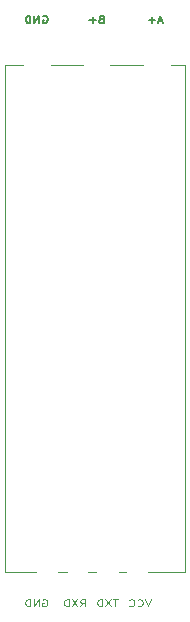
<source format=gbr>
%TF.GenerationSoftware,KiCad,Pcbnew,9.0.5+1*%
%TF.CreationDate,2025-10-19T05:27:58+07:00*%
%TF.ProjectId,TARA_T8X,54415241-5f54-4385-982e-6b696361645f,rev?*%
%TF.SameCoordinates,Original*%
%TF.FileFunction,Legend,Bot*%
%TF.FilePolarity,Positive*%
%FSLAX46Y46*%
G04 Gerber Fmt 4.6, Leading zero omitted, Abs format (unit mm)*
G04 Created by KiCad (PCBNEW 9.0.5+1) date 2025-10-19 05:27:58*
%MOMM*%
%LPD*%
G01*
G04 APERTURE LIST*
%ADD10C,0.150000*%
%ADD11C,0.120000*%
G04 APERTURE END LIST*
D10*
X162673999Y-56687342D02*
X162340666Y-56687342D01*
X162740666Y-56858771D02*
X162507333Y-56258771D01*
X162507333Y-56258771D02*
X162273999Y-56858771D01*
X162040666Y-56630200D02*
X161507333Y-56630200D01*
X161773999Y-56858771D02*
X161773999Y-56401628D01*
D11*
X152533332Y-105699902D02*
X152599999Y-105671331D01*
X152599999Y-105671331D02*
X152699999Y-105671331D01*
X152699999Y-105671331D02*
X152799999Y-105699902D01*
X152799999Y-105699902D02*
X152866666Y-105757045D01*
X152866666Y-105757045D02*
X152899999Y-105814188D01*
X152899999Y-105814188D02*
X152933332Y-105928474D01*
X152933332Y-105928474D02*
X152933332Y-106014188D01*
X152933332Y-106014188D02*
X152899999Y-106128474D01*
X152899999Y-106128474D02*
X152866666Y-106185617D01*
X152866666Y-106185617D02*
X152799999Y-106242760D01*
X152799999Y-106242760D02*
X152699999Y-106271331D01*
X152699999Y-106271331D02*
X152633332Y-106271331D01*
X152633332Y-106271331D02*
X152533332Y-106242760D01*
X152533332Y-106242760D02*
X152499999Y-106214188D01*
X152499999Y-106214188D02*
X152499999Y-106014188D01*
X152499999Y-106014188D02*
X152633332Y-106014188D01*
X152199999Y-106271331D02*
X152199999Y-105671331D01*
X152199999Y-105671331D02*
X151799999Y-106271331D01*
X151799999Y-106271331D02*
X151799999Y-105671331D01*
X151466666Y-106271331D02*
X151466666Y-105671331D01*
X151466666Y-105671331D02*
X151299999Y-105671331D01*
X151299999Y-105671331D02*
X151199999Y-105699902D01*
X151199999Y-105699902D02*
X151133333Y-105757045D01*
X151133333Y-105757045D02*
X151099999Y-105814188D01*
X151099999Y-105814188D02*
X151066666Y-105928474D01*
X151066666Y-105928474D02*
X151066666Y-106014188D01*
X151066666Y-106014188D02*
X151099999Y-106128474D01*
X151099999Y-106128474D02*
X151133333Y-106185617D01*
X151133333Y-106185617D02*
X151199999Y-106242760D01*
X151199999Y-106242760D02*
X151299999Y-106271331D01*
X151299999Y-106271331D02*
X151466666Y-106271331D01*
X158883333Y-105671331D02*
X158483333Y-105671331D01*
X158683333Y-106271331D02*
X158683333Y-105671331D01*
X158316667Y-105671331D02*
X157850000Y-106271331D01*
X157850000Y-105671331D02*
X158316667Y-106271331D01*
X157583333Y-106271331D02*
X157583333Y-105671331D01*
X157583333Y-105671331D02*
X157416666Y-105671331D01*
X157416666Y-105671331D02*
X157316666Y-105699902D01*
X157316666Y-105699902D02*
X157250000Y-105757045D01*
X157250000Y-105757045D02*
X157216666Y-105814188D01*
X157216666Y-105814188D02*
X157183333Y-105928474D01*
X157183333Y-105928474D02*
X157183333Y-106014188D01*
X157183333Y-106014188D02*
X157216666Y-106128474D01*
X157216666Y-106128474D02*
X157250000Y-106185617D01*
X157250000Y-106185617D02*
X157316666Y-106242760D01*
X157316666Y-106242760D02*
X157416666Y-106271331D01*
X157416666Y-106271331D02*
X157583333Y-106271331D01*
D10*
X152574332Y-56287342D02*
X152640999Y-56258771D01*
X152640999Y-56258771D02*
X152740999Y-56258771D01*
X152740999Y-56258771D02*
X152840999Y-56287342D01*
X152840999Y-56287342D02*
X152907666Y-56344485D01*
X152907666Y-56344485D02*
X152940999Y-56401628D01*
X152940999Y-56401628D02*
X152974332Y-56515914D01*
X152974332Y-56515914D02*
X152974332Y-56601628D01*
X152974332Y-56601628D02*
X152940999Y-56715914D01*
X152940999Y-56715914D02*
X152907666Y-56773057D01*
X152907666Y-56773057D02*
X152840999Y-56830200D01*
X152840999Y-56830200D02*
X152740999Y-56858771D01*
X152740999Y-56858771D02*
X152674332Y-56858771D01*
X152674332Y-56858771D02*
X152574332Y-56830200D01*
X152574332Y-56830200D02*
X152540999Y-56801628D01*
X152540999Y-56801628D02*
X152540999Y-56601628D01*
X152540999Y-56601628D02*
X152674332Y-56601628D01*
X152240999Y-56858771D02*
X152240999Y-56258771D01*
X152240999Y-56258771D02*
X151840999Y-56858771D01*
X151840999Y-56858771D02*
X151840999Y-56258771D01*
X151507666Y-56858771D02*
X151507666Y-56258771D01*
X151507666Y-56258771D02*
X151340999Y-56258771D01*
X151340999Y-56258771D02*
X151240999Y-56287342D01*
X151240999Y-56287342D02*
X151174333Y-56344485D01*
X151174333Y-56344485D02*
X151140999Y-56401628D01*
X151140999Y-56401628D02*
X151107666Y-56515914D01*
X151107666Y-56515914D02*
X151107666Y-56601628D01*
X151107666Y-56601628D02*
X151140999Y-56715914D01*
X151140999Y-56715914D02*
X151174333Y-56773057D01*
X151174333Y-56773057D02*
X151240999Y-56830200D01*
X151240999Y-56830200D02*
X151340999Y-56858771D01*
X151340999Y-56858771D02*
X151507666Y-56858771D01*
D11*
X155716666Y-106271331D02*
X155949999Y-105985617D01*
X156116666Y-106271331D02*
X156116666Y-105671331D01*
X156116666Y-105671331D02*
X155849999Y-105671331D01*
X155849999Y-105671331D02*
X155783333Y-105699902D01*
X155783333Y-105699902D02*
X155749999Y-105728474D01*
X155749999Y-105728474D02*
X155716666Y-105785617D01*
X155716666Y-105785617D02*
X155716666Y-105871331D01*
X155716666Y-105871331D02*
X155749999Y-105928474D01*
X155749999Y-105928474D02*
X155783333Y-105957045D01*
X155783333Y-105957045D02*
X155849999Y-105985617D01*
X155849999Y-105985617D02*
X156116666Y-105985617D01*
X155483333Y-105671331D02*
X155016666Y-106271331D01*
X155016666Y-105671331D02*
X155483333Y-106271331D01*
X154749999Y-106271331D02*
X154749999Y-105671331D01*
X154749999Y-105671331D02*
X154583332Y-105671331D01*
X154583332Y-105671331D02*
X154483332Y-105699902D01*
X154483332Y-105699902D02*
X154416666Y-105757045D01*
X154416666Y-105757045D02*
X154383332Y-105814188D01*
X154383332Y-105814188D02*
X154349999Y-105928474D01*
X154349999Y-105928474D02*
X154349999Y-106014188D01*
X154349999Y-106014188D02*
X154383332Y-106128474D01*
X154383332Y-106128474D02*
X154416666Y-106185617D01*
X154416666Y-106185617D02*
X154483332Y-106242760D01*
X154483332Y-106242760D02*
X154583332Y-106271331D01*
X154583332Y-106271331D02*
X154749999Y-106271331D01*
X161683333Y-105671331D02*
X161450000Y-106271331D01*
X161450000Y-106271331D02*
X161216666Y-105671331D01*
X160583333Y-106214188D02*
X160616666Y-106242760D01*
X160616666Y-106242760D02*
X160716666Y-106271331D01*
X160716666Y-106271331D02*
X160783333Y-106271331D01*
X160783333Y-106271331D02*
X160883333Y-106242760D01*
X160883333Y-106242760D02*
X160950000Y-106185617D01*
X160950000Y-106185617D02*
X160983333Y-106128474D01*
X160983333Y-106128474D02*
X161016666Y-106014188D01*
X161016666Y-106014188D02*
X161016666Y-105928474D01*
X161016666Y-105928474D02*
X160983333Y-105814188D01*
X160983333Y-105814188D02*
X160950000Y-105757045D01*
X160950000Y-105757045D02*
X160883333Y-105699902D01*
X160883333Y-105699902D02*
X160783333Y-105671331D01*
X160783333Y-105671331D02*
X160716666Y-105671331D01*
X160716666Y-105671331D02*
X160616666Y-105699902D01*
X160616666Y-105699902D02*
X160583333Y-105728474D01*
X159883333Y-106214188D02*
X159916666Y-106242760D01*
X159916666Y-106242760D02*
X160016666Y-106271331D01*
X160016666Y-106271331D02*
X160083333Y-106271331D01*
X160083333Y-106271331D02*
X160183333Y-106242760D01*
X160183333Y-106242760D02*
X160250000Y-106185617D01*
X160250000Y-106185617D02*
X160283333Y-106128474D01*
X160283333Y-106128474D02*
X160316666Y-106014188D01*
X160316666Y-106014188D02*
X160316666Y-105928474D01*
X160316666Y-105928474D02*
X160283333Y-105814188D01*
X160283333Y-105814188D02*
X160250000Y-105757045D01*
X160250000Y-105757045D02*
X160183333Y-105699902D01*
X160183333Y-105699902D02*
X160083333Y-105671331D01*
X160083333Y-105671331D02*
X160016666Y-105671331D01*
X160016666Y-105671331D02*
X159916666Y-105699902D01*
X159916666Y-105699902D02*
X159883333Y-105728474D01*
D10*
X157504333Y-56544485D02*
X157404333Y-56573057D01*
X157404333Y-56573057D02*
X157370999Y-56601628D01*
X157370999Y-56601628D02*
X157337666Y-56658771D01*
X157337666Y-56658771D02*
X157337666Y-56744485D01*
X157337666Y-56744485D02*
X157370999Y-56801628D01*
X157370999Y-56801628D02*
X157404333Y-56830200D01*
X157404333Y-56830200D02*
X157470999Y-56858771D01*
X157470999Y-56858771D02*
X157737666Y-56858771D01*
X157737666Y-56858771D02*
X157737666Y-56258771D01*
X157737666Y-56258771D02*
X157504333Y-56258771D01*
X157504333Y-56258771D02*
X157437666Y-56287342D01*
X157437666Y-56287342D02*
X157404333Y-56315914D01*
X157404333Y-56315914D02*
X157370999Y-56373057D01*
X157370999Y-56373057D02*
X157370999Y-56430200D01*
X157370999Y-56430200D02*
X157404333Y-56487342D01*
X157404333Y-56487342D02*
X157437666Y-56515914D01*
X157437666Y-56515914D02*
X157504333Y-56544485D01*
X157504333Y-56544485D02*
X157737666Y-56544485D01*
X157037666Y-56630200D02*
X156504333Y-56630200D01*
X156770999Y-56858771D02*
X156770999Y-56401628D01*
D11*
%TO.C,U3*%
X149374000Y-60399000D02*
X149374000Y-103325000D01*
X149374000Y-60399000D02*
X150875000Y-60399000D01*
X149374000Y-103325000D02*
X151975000Y-103325000D01*
X153875000Y-103327000D02*
X154575000Y-103327000D01*
X155975000Y-60427000D02*
X153275000Y-60427000D01*
X156375000Y-103327000D02*
X157075000Y-103327000D01*
X158975000Y-103327000D02*
X159575000Y-103327000D01*
X161075000Y-60427000D02*
X158275000Y-60427000D01*
X161475000Y-103327000D02*
X164614000Y-103327000D01*
X164614000Y-60399000D02*
X163375000Y-60399000D01*
X164614000Y-103325000D02*
X164614000Y-60399000D01*
%TD*%
M02*

</source>
